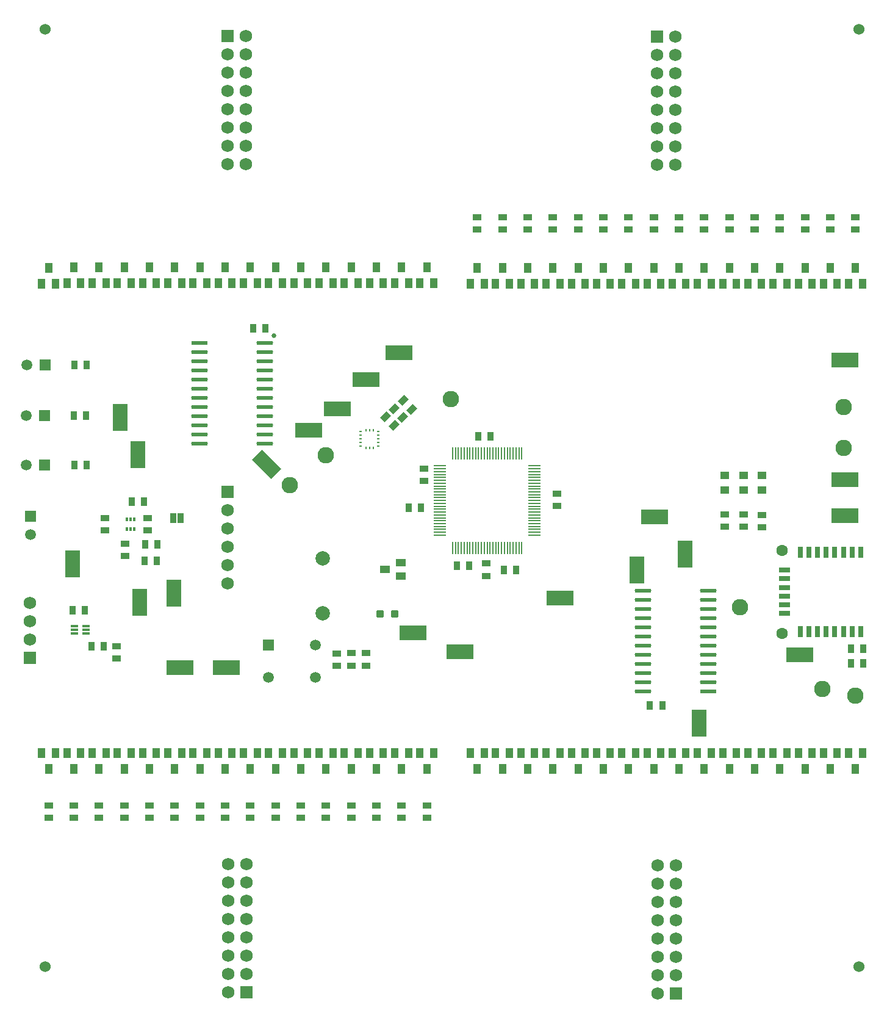
<source format=gbr>
%TF.GenerationSoftware,Altium Limited,Altium Designer,19.1.6 (110)*%
G04 Layer_Color=8388736*
%FSLAX43Y43*%
%MOMM*%
%TF.FileFunction,Soldermask,Top*%
%TF.Part,Single*%
G01*
G75*
%TA.AperFunction,SMDPad,CuDef*%
%ADD10R,0.850X1.300*%
%ADD11R,1.300X0.850*%
%ADD12O,1.800X0.240*%
%ADD13O,0.240X1.800*%
G04:AMPARAMS|DCode=14|XSize=3.8mm|YSize=2.03mm|CornerRadius=0mm|HoleSize=0mm|Usage=FLASHONLY|Rotation=135.000|XOffset=0mm|YOffset=0mm|HoleType=Round|Shape=Rectangle|*
%AMROTATEDRECTD14*
4,1,4,2.061,-0.626,0.626,-2.061,-2.061,0.626,-0.626,2.061,2.061,-0.626,0.0*
%
%ADD14ROTATEDRECTD14*%

%ADD15R,2.030X3.800*%
%ADD16R,3.800X2.030*%
%ADD17R,1.000X1.400*%
G04:AMPARAMS|DCode=18|XSize=2.298mm|YSize=0.567mm|CornerRadius=0.283mm|HoleSize=0mm|Usage=FLASHONLY|Rotation=180.000|XOffset=0mm|YOffset=0mm|HoleType=Round|Shape=RoundedRectangle|*
%AMROUNDEDRECTD18*
21,1,2.298,0.000,0,0,180.0*
21,1,1.731,0.567,0,0,180.0*
1,1,0.567,-0.865,0.000*
1,1,0.567,0.865,0.000*
1,1,0.567,0.865,0.000*
1,1,0.567,-0.865,0.000*
%
%ADD18ROUNDEDRECTD18*%
%ADD19R,2.298X0.567*%
G04:AMPARAMS|DCode=20|XSize=1.3mm|YSize=0.85mm|CornerRadius=0mm|HoleSize=0mm|Usage=FLASHONLY|Rotation=225.000|XOffset=0mm|YOffset=0mm|HoleType=Round|Shape=Rectangle|*
%AMROTATEDRECTD20*
4,1,4,0.159,0.760,0.760,0.159,-0.159,-0.760,-0.760,-0.159,0.159,0.760,0.0*
%
%ADD20ROTATEDRECTD20*%

%ADD21R,0.350X0.250*%
%ADD22R,0.250X0.350*%
%ADD23R,1.200X1.100*%
%ADD24R,0.305X0.508*%
%ADD25R,1.400X1.000*%
%ADD26R,0.990X0.300*%
G04:AMPARAMS|DCode=27|XSize=0.99mm|YSize=0.97mm|CornerRadius=0.121mm|HoleSize=0mm|Usage=FLASHONLY|Rotation=0.000|XOffset=0mm|YOffset=0mm|HoleType=Round|Shape=RoundedRectangle|*
%AMROUNDEDRECTD27*
21,1,0.990,0.728,0,0,0.0*
21,1,0.748,0.970,0,0,0.0*
1,1,0.242,0.374,-0.364*
1,1,0.242,-0.374,-0.364*
1,1,0.242,-0.374,0.364*
1,1,0.242,0.374,0.364*
%
%ADD27ROUNDEDRECTD27*%
%ADD28C,1.600*%
%ADD29R,1.500X0.800*%
%ADD30R,0.800X1.500*%
%TA.AperFunction,ComponentPad*%
%ADD34R,1.750X1.750*%
%ADD35C,1.750*%
%ADD36C,1.500*%
%ADD37R,1.500X1.500*%
%ADD38R,1.500X1.500*%
%ADD39C,2.286*%
%ADD40C,2.000*%
%ADD41C,1.498*%
%ADD42R,1.498X1.498*%
%TA.AperFunction,WasherPad*%
%ADD43C,1.524*%
%TA.AperFunction,ViaPad*%
%ADD44C,0.650*%
%TA.AperFunction,SMDPad,CuDef*%
%ADD52R,0.901X1.351*%
D10*
X40576Y98552D02*
D03*
X38876D02*
D03*
X95668Y46253D02*
D03*
X93968D02*
D03*
X75399Y65024D02*
D03*
X73699D02*
D03*
X60503Y73660D02*
D03*
X62203D02*
D03*
X67134Y65610D02*
D03*
X68834D02*
D03*
X23710Y74529D02*
D03*
X22010D02*
D03*
X14100Y79574D02*
D03*
X15800D02*
D03*
X14100Y93472D02*
D03*
X15800D02*
D03*
X18173Y54458D02*
D03*
X16473D02*
D03*
X123557Y52091D02*
D03*
X121857D02*
D03*
X121857Y54123D02*
D03*
X123557D02*
D03*
X15506Y59436D02*
D03*
X13806D02*
D03*
X25488Y66264D02*
D03*
X23788D02*
D03*
X71800Y83525D02*
D03*
X70100D02*
D03*
X23876Y68550D02*
D03*
X25576D02*
D03*
X15700Y86393D02*
D03*
X14000D02*
D03*
D11*
X81051Y75565D02*
D03*
Y73865D02*
D03*
X62586Y77331D02*
D03*
Y79031D02*
D03*
X71222Y65899D02*
D03*
Y64199D02*
D03*
X63000Y30650D02*
D03*
Y32350D02*
D03*
X59500Y30650D02*
D03*
Y32350D02*
D03*
X56000Y30650D02*
D03*
Y32350D02*
D03*
X52500Y30650D02*
D03*
Y32350D02*
D03*
X49000Y30650D02*
D03*
Y32350D02*
D03*
X45500Y30650D02*
D03*
Y32350D02*
D03*
X42000Y30650D02*
D03*
Y32350D02*
D03*
X38500Y30650D02*
D03*
Y32350D02*
D03*
X35000Y30650D02*
D03*
Y32350D02*
D03*
X31500Y30650D02*
D03*
Y32350D02*
D03*
X28000Y30650D02*
D03*
Y32350D02*
D03*
X24500Y30650D02*
D03*
Y32350D02*
D03*
X21000Y30650D02*
D03*
Y32350D02*
D03*
X17500Y30650D02*
D03*
Y32350D02*
D03*
X14000Y30650D02*
D03*
Y32350D02*
D03*
X10500Y30650D02*
D03*
Y32350D02*
D03*
X122500Y112220D02*
D03*
Y113920D02*
D03*
X119000Y112220D02*
D03*
Y113920D02*
D03*
X115500Y112220D02*
D03*
Y113920D02*
D03*
X112000Y112220D02*
D03*
Y113920D02*
D03*
X108500Y112220D02*
D03*
Y113920D02*
D03*
X105000Y112220D02*
D03*
Y113920D02*
D03*
X101500Y112220D02*
D03*
Y113920D02*
D03*
X98000Y112220D02*
D03*
Y113920D02*
D03*
X94500Y112220D02*
D03*
Y113920D02*
D03*
X91000Y112220D02*
D03*
Y113920D02*
D03*
X87500Y112220D02*
D03*
Y113920D02*
D03*
X84000Y112220D02*
D03*
Y113920D02*
D03*
X80500Y112220D02*
D03*
Y113920D02*
D03*
X77000Y112220D02*
D03*
Y113920D02*
D03*
X73500Y112220D02*
D03*
Y113920D02*
D03*
X70000Y112220D02*
D03*
Y113920D02*
D03*
X19939Y54393D02*
D03*
Y52693D02*
D03*
X54559Y51753D02*
D03*
Y53453D02*
D03*
X52500Y53453D02*
D03*
Y51753D02*
D03*
X50521Y51703D02*
D03*
Y53403D02*
D03*
X104322Y70998D02*
D03*
Y72698D02*
D03*
X106985Y70998D02*
D03*
Y72698D02*
D03*
X109525Y70930D02*
D03*
Y72630D02*
D03*
X21082Y66938D02*
D03*
Y68638D02*
D03*
X24217Y70524D02*
D03*
Y72224D02*
D03*
X18288Y70494D02*
D03*
Y72194D02*
D03*
D12*
X64824Y79446D02*
D03*
Y79046D02*
D03*
Y78646D02*
D03*
Y78246D02*
D03*
Y77846D02*
D03*
Y77446D02*
D03*
Y77046D02*
D03*
Y76646D02*
D03*
Y76246D02*
D03*
Y75846D02*
D03*
Y75446D02*
D03*
Y75046D02*
D03*
Y74646D02*
D03*
Y74246D02*
D03*
Y73846D02*
D03*
Y73446D02*
D03*
Y73046D02*
D03*
Y72646D02*
D03*
Y72246D02*
D03*
Y71846D02*
D03*
Y71446D02*
D03*
Y71046D02*
D03*
Y70646D02*
D03*
Y70246D02*
D03*
Y69846D02*
D03*
X77924D02*
D03*
Y70246D02*
D03*
Y70646D02*
D03*
Y71046D02*
D03*
Y71446D02*
D03*
Y71846D02*
D03*
Y72246D02*
D03*
Y72646D02*
D03*
Y73046D02*
D03*
Y73446D02*
D03*
Y73846D02*
D03*
Y74246D02*
D03*
Y74646D02*
D03*
Y75046D02*
D03*
Y75446D02*
D03*
Y75846D02*
D03*
Y76246D02*
D03*
Y76646D02*
D03*
Y77046D02*
D03*
Y77446D02*
D03*
Y77846D02*
D03*
Y78246D02*
D03*
Y78646D02*
D03*
Y79046D02*
D03*
Y79446D02*
D03*
D13*
X66574Y68096D02*
D03*
X66974D02*
D03*
X67374D02*
D03*
X67774D02*
D03*
X68174D02*
D03*
X68574D02*
D03*
X68974D02*
D03*
X69374D02*
D03*
X69774D02*
D03*
X70174D02*
D03*
X70574D02*
D03*
X70974D02*
D03*
X71374D02*
D03*
X71774D02*
D03*
X72174D02*
D03*
X72574D02*
D03*
X72974D02*
D03*
X73374D02*
D03*
X73774D02*
D03*
X74174D02*
D03*
X74574D02*
D03*
X74974D02*
D03*
X75374D02*
D03*
X75774D02*
D03*
X76174D02*
D03*
Y81196D02*
D03*
X75774D02*
D03*
X75374D02*
D03*
X74974D02*
D03*
X74574D02*
D03*
X74174D02*
D03*
X73774D02*
D03*
X73374D02*
D03*
X72974D02*
D03*
X72574D02*
D03*
X72174D02*
D03*
X71774D02*
D03*
X71374D02*
D03*
X70974D02*
D03*
X70574D02*
D03*
X70174D02*
D03*
X69774D02*
D03*
X69374D02*
D03*
X68974D02*
D03*
X68574D02*
D03*
X68174D02*
D03*
X67774D02*
D03*
X67374D02*
D03*
X66974D02*
D03*
X66574D02*
D03*
D14*
X40732Y79661D02*
D03*
D15*
X20400Y86139D02*
D03*
X27858Y61816D02*
D03*
X22892Y81021D02*
D03*
X13806Y65885D02*
D03*
X23146Y60554D02*
D03*
X100765Y43790D02*
D03*
X92117Y64971D02*
D03*
X98855Y67185D02*
D03*
D16*
X61080Y56296D02*
D03*
X46600Y84427D02*
D03*
X28727Y51499D02*
D03*
X35185D02*
D03*
X81517Y61100D02*
D03*
X94590Y72350D02*
D03*
X114783Y53273D02*
D03*
X120981Y94099D02*
D03*
Y77543D02*
D03*
Y72550D02*
D03*
X67571Y53680D02*
D03*
X50557Y87342D02*
D03*
X54519Y91452D02*
D03*
X59100Y95182D02*
D03*
D17*
X123450Y39600D02*
D03*
X122500Y37400D02*
D03*
X121550Y39600D02*
D03*
X119950D02*
D03*
X119000Y37400D02*
D03*
X118050Y39600D02*
D03*
X116450D02*
D03*
X115500Y37400D02*
D03*
X114550Y39600D02*
D03*
X112950D02*
D03*
X112000Y37400D02*
D03*
X111050Y39600D02*
D03*
X109450D02*
D03*
X108500Y37400D02*
D03*
X107550Y39600D02*
D03*
X105950D02*
D03*
X105000Y37400D02*
D03*
X104050Y39600D02*
D03*
X102450D02*
D03*
X101500Y37400D02*
D03*
X100550Y39600D02*
D03*
X98950D02*
D03*
X98000Y37400D02*
D03*
X97050Y39600D02*
D03*
X95450D02*
D03*
X94500Y37400D02*
D03*
X93550Y39600D02*
D03*
X91950D02*
D03*
X91000Y37400D02*
D03*
X90050Y39600D02*
D03*
X88450D02*
D03*
X87500Y37400D02*
D03*
X86550Y39600D02*
D03*
X84950D02*
D03*
X84000Y37400D02*
D03*
X83050Y39600D02*
D03*
X81450D02*
D03*
X80500Y37400D02*
D03*
X79550Y39600D02*
D03*
X77950D02*
D03*
X77000Y37400D02*
D03*
X76050Y39600D02*
D03*
X74450D02*
D03*
X73500Y37400D02*
D03*
X72550Y39600D02*
D03*
X70950D02*
D03*
X70000Y37400D02*
D03*
X69050Y39600D02*
D03*
X63950D02*
D03*
X63000Y37400D02*
D03*
X62050Y39600D02*
D03*
X60450D02*
D03*
X59500Y37400D02*
D03*
X58550Y39600D02*
D03*
X56950D02*
D03*
X56000Y37400D02*
D03*
X55050Y39600D02*
D03*
X53450D02*
D03*
X52500Y37400D02*
D03*
X51550Y39600D02*
D03*
X49950D02*
D03*
X49000Y37400D02*
D03*
X48050Y39600D02*
D03*
X46450D02*
D03*
X45500Y37400D02*
D03*
X44550Y39600D02*
D03*
X42950D02*
D03*
X42000Y37400D02*
D03*
X41050Y39600D02*
D03*
X39450D02*
D03*
X38500Y37400D02*
D03*
X37550Y39600D02*
D03*
X35950D02*
D03*
X35000Y37400D02*
D03*
X34050Y39600D02*
D03*
X32450D02*
D03*
X31500Y37400D02*
D03*
X30550Y39600D02*
D03*
X28950D02*
D03*
X28000Y37400D02*
D03*
X27050Y39600D02*
D03*
X25450D02*
D03*
X24500Y37400D02*
D03*
X23550Y39600D02*
D03*
X21950D02*
D03*
X21000Y37400D02*
D03*
X20050Y39600D02*
D03*
X18450D02*
D03*
X17500Y37400D02*
D03*
X16550Y39600D02*
D03*
X14950D02*
D03*
X14000Y37400D02*
D03*
X13050Y39600D02*
D03*
X11450D02*
D03*
X10500Y37400D02*
D03*
X9550Y39600D02*
D03*
X121550Y104720D02*
D03*
X122500Y106920D02*
D03*
X123450Y104720D02*
D03*
X118050D02*
D03*
X119000Y106920D02*
D03*
X119950Y104720D02*
D03*
X114550D02*
D03*
X115500Y106920D02*
D03*
X116450Y104720D02*
D03*
X111050D02*
D03*
X112000Y106920D02*
D03*
X112950Y104720D02*
D03*
X107550D02*
D03*
X108500Y106920D02*
D03*
X109450Y104720D02*
D03*
X104050D02*
D03*
X105000Y106920D02*
D03*
X105950Y104720D02*
D03*
X100550D02*
D03*
X101500Y106920D02*
D03*
X102450Y104720D02*
D03*
X97050D02*
D03*
X98000Y106920D02*
D03*
X98950Y104720D02*
D03*
X93550D02*
D03*
X94500Y106920D02*
D03*
X95450Y104720D02*
D03*
X90050D02*
D03*
X91000Y106920D02*
D03*
X91950Y104720D02*
D03*
X86550D02*
D03*
X87500Y106920D02*
D03*
X88450Y104720D02*
D03*
X83050D02*
D03*
X84000Y106920D02*
D03*
X84950Y104720D02*
D03*
X79550D02*
D03*
X80500Y106920D02*
D03*
X81450Y104720D02*
D03*
X76050D02*
D03*
X77000Y106920D02*
D03*
X77950Y104720D02*
D03*
X72550D02*
D03*
X73500Y106920D02*
D03*
X74450Y104720D02*
D03*
X69050D02*
D03*
X70000Y106920D02*
D03*
X70950Y104720D02*
D03*
X62050Y104781D02*
D03*
X63000Y106981D02*
D03*
X63950Y104781D02*
D03*
X58550D02*
D03*
X59500Y106981D02*
D03*
X60450Y104781D02*
D03*
X55050D02*
D03*
X56000Y106981D02*
D03*
X56950Y104781D02*
D03*
X51550D02*
D03*
X52500Y106981D02*
D03*
X53450Y104781D02*
D03*
X48050D02*
D03*
X49000Y106981D02*
D03*
X49950Y104781D02*
D03*
X44550D02*
D03*
X45500Y106981D02*
D03*
X46450Y104781D02*
D03*
X41050D02*
D03*
X42000Y106981D02*
D03*
X42950Y104781D02*
D03*
X37550D02*
D03*
X38500Y106981D02*
D03*
X39450Y104781D02*
D03*
X34050D02*
D03*
X35000Y106981D02*
D03*
X35950Y104781D02*
D03*
X30550D02*
D03*
X31500Y106981D02*
D03*
X32450Y104781D02*
D03*
X27050D02*
D03*
X28000Y106981D02*
D03*
X28950Y104781D02*
D03*
X23550D02*
D03*
X24500Y106981D02*
D03*
X25450Y104781D02*
D03*
X20050D02*
D03*
X21000Y106981D02*
D03*
X21950Y104781D02*
D03*
X16550D02*
D03*
X17500Y106981D02*
D03*
X18450Y104781D02*
D03*
X13050D02*
D03*
X14000Y106981D02*
D03*
X14950Y104781D02*
D03*
X9550Y104720D02*
D03*
X10500Y106920D02*
D03*
X11450Y104720D02*
D03*
D18*
X92983Y48158D02*
D03*
Y49428D02*
D03*
Y50698D02*
D03*
Y51968D02*
D03*
Y53238D02*
D03*
Y54508D02*
D03*
Y55778D02*
D03*
Y57048D02*
D03*
Y58318D02*
D03*
Y59588D02*
D03*
Y60858D02*
D03*
Y62128D02*
D03*
X102039D02*
D03*
Y60858D02*
D03*
Y59588D02*
D03*
Y58318D02*
D03*
Y57048D02*
D03*
Y55778D02*
D03*
Y54508D02*
D03*
Y53238D02*
D03*
Y51968D02*
D03*
Y50698D02*
D03*
Y49428D02*
D03*
X40478Y96490D02*
D03*
Y95220D02*
D03*
Y93950D02*
D03*
Y92680D02*
D03*
Y91410D02*
D03*
Y90140D02*
D03*
Y88870D02*
D03*
Y87600D02*
D03*
Y86330D02*
D03*
Y85060D02*
D03*
Y83790D02*
D03*
Y82520D02*
D03*
X31422D02*
D03*
Y83790D02*
D03*
Y85060D02*
D03*
Y86330D02*
D03*
Y87600D02*
D03*
Y88870D02*
D03*
Y90140D02*
D03*
Y91410D02*
D03*
Y92680D02*
D03*
Y93950D02*
D03*
Y95220D02*
D03*
D19*
X102039Y48158D02*
D03*
X31422Y96490D02*
D03*
D20*
X57260Y86252D02*
D03*
X58462Y85050D02*
D03*
X59719Y88507D02*
D03*
X60921Y87305D02*
D03*
X59656Y86140D02*
D03*
X58454Y87342D02*
D03*
D21*
X53825Y84202D02*
D03*
Y83702D02*
D03*
Y83202D02*
D03*
Y82702D02*
D03*
Y82202D02*
D03*
X56275D02*
D03*
Y82702D02*
D03*
Y83202D02*
D03*
Y83702D02*
D03*
Y84202D02*
D03*
D22*
X54550Y81977D02*
D03*
X55050D02*
D03*
X55550D02*
D03*
Y84427D02*
D03*
X55050D02*
D03*
X54550D02*
D03*
D23*
X104322Y78169D02*
D03*
Y76069D02*
D03*
X106985Y78169D02*
D03*
Y76069D02*
D03*
X109525Y78169D02*
D03*
Y76069D02*
D03*
D24*
X21844Y70644D02*
D03*
X22344D02*
D03*
X21344D02*
D03*
X21844Y72044D02*
D03*
X21344D02*
D03*
X22344D02*
D03*
D25*
X59405Y66025D02*
D03*
X57205Y65075D02*
D03*
X59405Y64125D02*
D03*
D26*
X14054Y56193D02*
D03*
Y56693D02*
D03*
Y57193D02*
D03*
X15664D02*
D03*
Y56693D02*
D03*
Y56193D02*
D03*
D27*
X56536Y58955D02*
D03*
X58576D02*
D03*
D28*
X112315Y56238D02*
D03*
Y67738D02*
D03*
D29*
X112615Y58988D02*
D03*
Y60188D02*
D03*
Y61388D02*
D03*
Y62588D02*
D03*
Y64988D02*
D03*
Y63788D02*
D03*
D30*
X116015Y67488D02*
D03*
X114815D02*
D03*
X117215D02*
D03*
X118415D02*
D03*
X119615D02*
D03*
X120815D02*
D03*
X122015D02*
D03*
X123215D02*
D03*
Y56488D02*
D03*
X122015D02*
D03*
X120815D02*
D03*
X119615D02*
D03*
X118415D02*
D03*
X117215D02*
D03*
X114815D02*
D03*
X116015D02*
D03*
D34*
X35306Y139116D02*
D03*
X97540Y6277D02*
D03*
X94945Y139014D02*
D03*
X38000Y6380D02*
D03*
X35357Y75844D02*
D03*
X7874Y52802D02*
D03*
D35*
X37846Y136576D02*
D03*
Y134036D02*
D03*
Y131496D02*
D03*
Y128956D02*
D03*
Y126416D02*
D03*
Y123876D02*
D03*
Y121336D02*
D03*
X35306Y123876D02*
D03*
Y134036D02*
D03*
X37846Y139116D02*
D03*
X35306Y121336D02*
D03*
Y126416D02*
D03*
Y128956D02*
D03*
Y131496D02*
D03*
Y136576D02*
D03*
X97540Y8817D02*
D03*
Y13897D02*
D03*
Y16437D02*
D03*
Y18977D02*
D03*
Y24057D02*
D03*
X95000Y6277D02*
D03*
X97540Y11357D02*
D03*
Y21517D02*
D03*
X95000Y24057D02*
D03*
Y21517D02*
D03*
Y18977D02*
D03*
Y16437D02*
D03*
Y13897D02*
D03*
Y11357D02*
D03*
Y8817D02*
D03*
X97485Y136474D02*
D03*
Y133934D02*
D03*
Y131394D02*
D03*
Y128854D02*
D03*
Y126314D02*
D03*
Y123774D02*
D03*
Y121234D02*
D03*
X94945Y123774D02*
D03*
Y133934D02*
D03*
X97485Y139014D02*
D03*
X94945Y121234D02*
D03*
Y126314D02*
D03*
Y128854D02*
D03*
Y131394D02*
D03*
Y136474D02*
D03*
X38000Y8920D02*
D03*
Y14000D02*
D03*
Y16540D02*
D03*
Y19080D02*
D03*
Y24160D02*
D03*
X35460Y6380D02*
D03*
X38000Y11460D02*
D03*
Y21620D02*
D03*
X35460Y24160D02*
D03*
Y21620D02*
D03*
Y19080D02*
D03*
Y16540D02*
D03*
Y14000D02*
D03*
Y11460D02*
D03*
Y8920D02*
D03*
X35357Y70764D02*
D03*
Y63144D02*
D03*
Y65684D02*
D03*
Y68224D02*
D03*
Y73304D02*
D03*
X7874Y55342D02*
D03*
Y60422D02*
D03*
Y57882D02*
D03*
D36*
X8016Y69888D02*
D03*
X7442Y79574D02*
D03*
X7442Y86393D02*
D03*
X7493Y93442D02*
D03*
D37*
X8016Y72428D02*
D03*
D38*
X9982Y79574D02*
D03*
X9982Y86393D02*
D03*
X10033Y93442D02*
D03*
D39*
X66309Y88686D02*
D03*
X48997Y80965D02*
D03*
X43983Y76751D02*
D03*
X106451Y59867D02*
D03*
X117921Y48522D02*
D03*
X120815Y87655D02*
D03*
Y81919D02*
D03*
X122500Y47600D02*
D03*
D40*
X48539Y59014D02*
D03*
Y66614D02*
D03*
D41*
X41048Y50074D02*
D03*
X47548D02*
D03*
Y54574D02*
D03*
D42*
X41048D02*
D03*
D43*
X123000Y140000D02*
D03*
Y10000D02*
D03*
X10000Y10000D02*
D03*
Y140000D02*
D03*
D44*
X41783Y97511D02*
D03*
D52*
X27813Y72194D02*
D03*
X28829D02*
D03*
%TF.MD5,1bf902d45e0a5a3ee7dfcafe6240fb25*%
M02*

</source>
